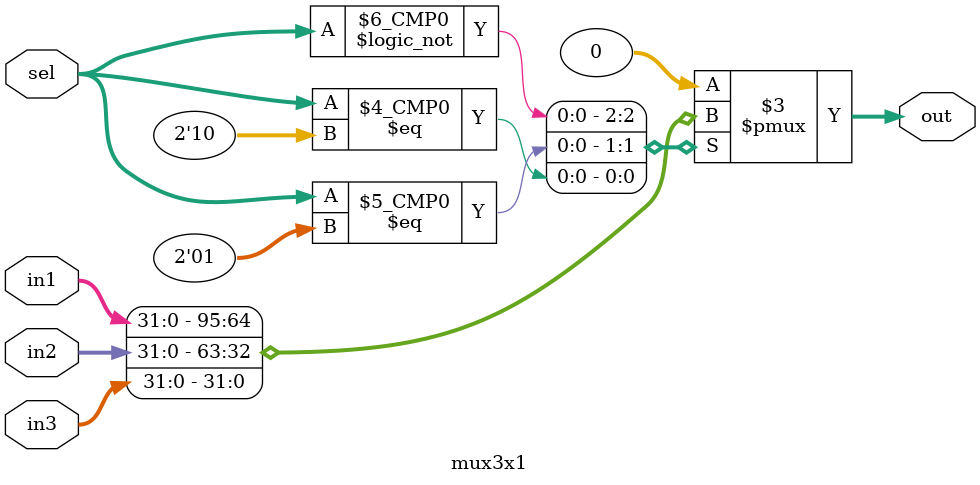
<source format=sv>
module mux3x1 (
    input var logic [31:0] in1,   // Input 1 (32-bit)
    input var logic [31:0] in2,   // Input 2 (32-bit)
    input var logic [31:0] in3,   // Input 3 (32-bit)
    input var logic [1:0] sel,    // 2-bit selector
    output var logic [31:0] out   // 32-bit output
);

always_comb begin
    case (sel)
        2'b00: out = in1; // Select input 1
        2'b01: out = in2; // Select input 2
        2'b10: out = in3; // Select input 3
        default: out = 32'b0; // Default case (output zero)
    endcase
end

endmodule

</source>
